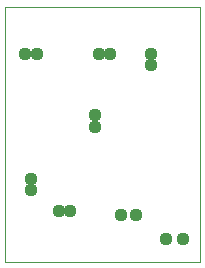
<source format=gbs>
G75*
%MOIN*%
%OFA0B0*%
%FSLAX24Y24*%
%IPPOS*%
%LPD*%
%AMOC8*
5,1,8,0,0,1.08239X$1,22.5*
%
%ADD10C,0.0000*%
%ADD11C,0.0437*%
D10*
X002392Y002517D02*
X002392Y011017D01*
X008892Y011017D01*
X008892Y002517D01*
X002392Y002517D01*
D11*
X004204Y004204D03*
X004579Y004204D03*
X003267Y004892D03*
X003267Y005267D03*
X005392Y007017D03*
X005392Y007392D03*
X005517Y009454D03*
X005892Y009454D03*
X007267Y009454D03*
X007267Y009079D03*
X003454Y009454D03*
X003079Y009454D03*
X006267Y004079D03*
X006767Y004079D03*
X007767Y003267D03*
X008329Y003267D03*
M02*

</source>
